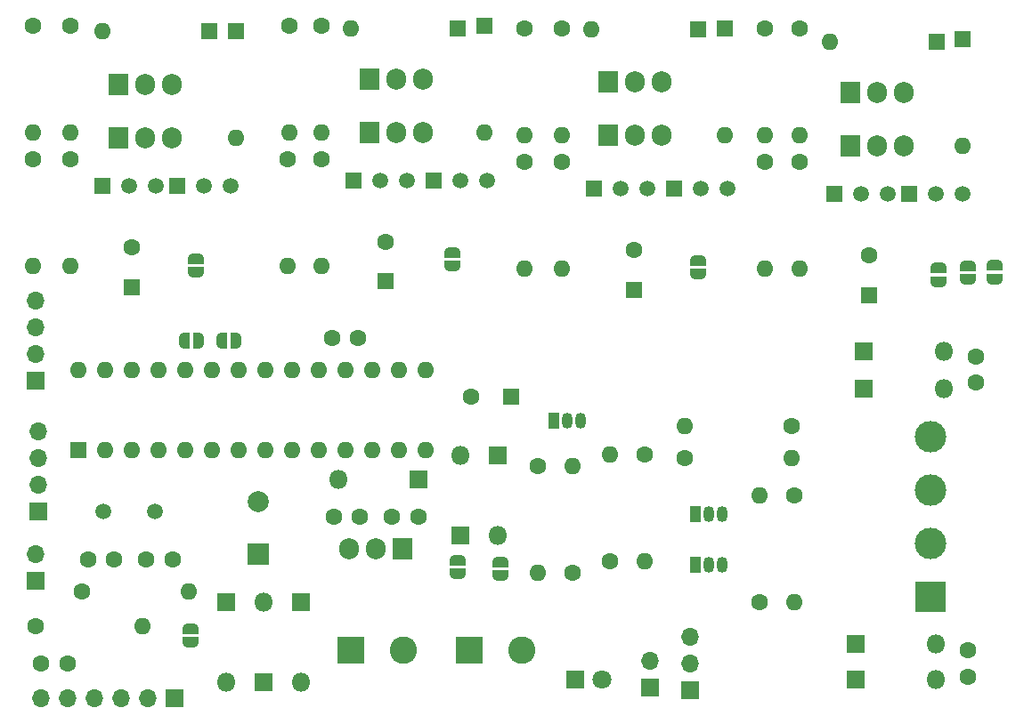
<source format=gbr>
%TF.GenerationSoftware,KiCad,Pcbnew,7.0.6*%
%TF.CreationDate,2024-08-14T17:38:19+03:00*%
%TF.ProjectId,atmegaStepperDriver,61746d65-6761-4537-9465-707065724472,V0.8.4*%
%TF.SameCoordinates,Original*%
%TF.FileFunction,Soldermask,Top*%
%TF.FilePolarity,Negative*%
%FSLAX46Y46*%
G04 Gerber Fmt 4.6, Leading zero omitted, Abs format (unit mm)*
G04 Created by KiCad (PCBNEW 7.0.6) date 2024-08-14 17:38:19*
%MOMM*%
%LPD*%
G01*
G04 APERTURE LIST*
G04 Aperture macros list*
%AMFreePoly0*
4,1,19,0.500000,-0.750000,0.000000,-0.750000,0.000000,-0.744911,-0.071157,-0.744911,-0.207708,-0.704816,-0.327430,-0.627875,-0.420627,-0.520320,-0.479746,-0.390866,-0.500000,-0.250000,-0.500000,0.250000,-0.479746,0.390866,-0.420627,0.520320,-0.327430,0.627875,-0.207708,0.704816,-0.071157,0.744911,0.000000,0.744911,0.000000,0.750000,0.500000,0.750000,0.500000,-0.750000,0.500000,-0.750000,
$1*%
%AMFreePoly1*
4,1,19,0.000000,0.744911,0.071157,0.744911,0.207708,0.704816,0.327430,0.627875,0.420627,0.520320,0.479746,0.390866,0.500000,0.250000,0.500000,-0.250000,0.479746,-0.390866,0.420627,-0.520320,0.327430,-0.627875,0.207708,-0.704816,0.071157,-0.744911,0.000000,-0.744911,0.000000,-0.750000,-0.500000,-0.750000,-0.500000,0.750000,0.000000,0.750000,0.000000,0.744911,0.000000,0.744911,
$1*%
G04 Aperture macros list end*
%ADD10R,1.050000X1.500000*%
%ADD11O,1.050000X1.500000*%
%ADD12R,1.600000X1.600000*%
%ADD13C,1.600000*%
%ADD14O,1.600000X1.600000*%
%ADD15C,1.500000*%
%ADD16R,1.905000X2.000000*%
%ADD17O,1.905000X2.000000*%
%ADD18R,1.700000X1.700000*%
%ADD19O,1.700000X1.700000*%
%ADD20R,1.500000X1.500000*%
%ADD21R,1.800000X1.800000*%
%ADD22O,1.800000X1.800000*%
%ADD23FreePoly0,90.000000*%
%ADD24FreePoly1,90.000000*%
%ADD25FreePoly0,270.000000*%
%ADD26FreePoly1,270.000000*%
%ADD27FreePoly0,180.000000*%
%ADD28FreePoly1,180.000000*%
%ADD29R,2.600000X2.600000*%
%ADD30C,2.600000*%
%ADD31R,3.000000X3.000000*%
%ADD32C,3.000000*%
%ADD33C,1.800000*%
%ADD34R,2.000000X2.000000*%
%ADD35C,2.000000*%
G04 APERTURE END LIST*
D10*
%TO.C,Q15*%
X119888000Y-146558000D03*
D11*
X121158000Y-146558000D03*
X122428000Y-146558000D03*
%TD*%
D12*
%TO.C,C1*%
X102386651Y-135382000D03*
D13*
X98586651Y-135382000D03*
%TD*%
D12*
%TO.C,D19*%
X142875000Y-101600000D03*
D14*
X132715000Y-101600000D03*
%TD*%
D12*
%TO.C,D18*%
X120142000Y-100457000D03*
D14*
X109982000Y-100457000D03*
%TD*%
D12*
%TO.C,D17*%
X97282000Y-100330000D03*
D14*
X87122000Y-100330000D03*
%TD*%
%TO.C,D16*%
X63500000Y-100584000D03*
D12*
X73660000Y-100584000D03*
%TD*%
D14*
%TO.C,D15*%
X145288000Y-111506000D03*
D12*
X145288000Y-101346000D03*
%TD*%
D14*
%TO.C,D10*%
X122682000Y-110490000D03*
D12*
X122682000Y-100330000D03*
%TD*%
D14*
%TO.C,D9*%
X99822000Y-110236000D03*
D12*
X99822000Y-100076000D03*
%TD*%
D14*
%TO.C,D8*%
X76200000Y-110744000D03*
D12*
X76200000Y-100584000D03*
%TD*%
D15*
%TO.C,Y1*%
X68490000Y-146304000D03*
X63610000Y-146304000D03*
%TD*%
D16*
%TO.C,U2*%
X92058000Y-149860000D03*
D17*
X89518000Y-149860000D03*
X86978000Y-149860000D03*
%TD*%
D14*
%TO.C,U1*%
X61214000Y-132842000D03*
X63754000Y-132842000D03*
X66294000Y-132842000D03*
X68834000Y-132842000D03*
X71374000Y-132842000D03*
X73914000Y-132842000D03*
X76454000Y-132842000D03*
X78994000Y-132842000D03*
X81534000Y-132842000D03*
X84074000Y-132842000D03*
X86614000Y-132842000D03*
X89154000Y-132842000D03*
X91694000Y-132842000D03*
X94234000Y-132842000D03*
X94234000Y-140462000D03*
X91694000Y-140462000D03*
X89154000Y-140462000D03*
X86614000Y-140462000D03*
X84074000Y-140462000D03*
X81534000Y-140462000D03*
X78994000Y-140462000D03*
X76454000Y-140462000D03*
X73914000Y-140462000D03*
X71374000Y-140462000D03*
X68834000Y-140462000D03*
X66294000Y-140462000D03*
X63754000Y-140462000D03*
D12*
X61214000Y-140462000D03*
%TD*%
D18*
%TO.C,TermoSocket1*%
X119380000Y-163322000D03*
D19*
X119380000Y-160782000D03*
X119380000Y-158242000D03*
%TD*%
D13*
%TO.C,R25*%
X129286000Y-144780000D03*
D14*
X129286000Y-154940000D03*
%TD*%
%TO.C,R24*%
X56896000Y-110236000D03*
D13*
X56896000Y-100076000D03*
%TD*%
D14*
%TO.C,R23*%
X56896000Y-122936000D03*
D13*
X56896000Y-112776000D03*
%TD*%
D14*
%TO.C,R22*%
X60452000Y-122936000D03*
D13*
X60452000Y-112776000D03*
%TD*%
D14*
%TO.C,R21*%
X60452000Y-110236000D03*
D13*
X60452000Y-100076000D03*
%TD*%
%TO.C,R20*%
X108204000Y-152146000D03*
D14*
X108204000Y-141986000D03*
%TD*%
D13*
%TO.C,R19*%
X104902000Y-141986000D03*
D14*
X104902000Y-152146000D03*
%TD*%
D13*
%TO.C,R18*%
X125984000Y-154940000D03*
D14*
X125984000Y-144780000D03*
%TD*%
D13*
%TO.C,R17*%
X129032000Y-138176000D03*
D14*
X118872000Y-138176000D03*
%TD*%
D13*
%TO.C,R16*%
X118872000Y-141224000D03*
D14*
X129032000Y-141224000D03*
%TD*%
D13*
%TO.C,R14*%
X126492000Y-100330000D03*
D14*
X126492000Y-110490000D03*
%TD*%
D13*
%TO.C,R13*%
X126492000Y-113030000D03*
D14*
X126492000Y-123190000D03*
%TD*%
D13*
%TO.C,R12*%
X129794000Y-113030000D03*
D14*
X129794000Y-123190000D03*
%TD*%
%TO.C,R11*%
X129794000Y-110490000D03*
D13*
X129794000Y-100330000D03*
%TD*%
%TO.C,R10*%
X103632000Y-100330000D03*
D14*
X103632000Y-110490000D03*
%TD*%
D13*
%TO.C,R9*%
X103632000Y-113030000D03*
D14*
X103632000Y-123190000D03*
%TD*%
D13*
%TO.C,R8*%
X107188000Y-113030000D03*
D14*
X107188000Y-123190000D03*
%TD*%
D13*
%TO.C,R7*%
X107188000Y-100330000D03*
D14*
X107188000Y-110490000D03*
%TD*%
D13*
%TO.C,R6*%
X81280000Y-100076000D03*
D14*
X81280000Y-110236000D03*
%TD*%
D13*
%TO.C,R5*%
X81127600Y-112776000D03*
D14*
X81127600Y-122936000D03*
%TD*%
D13*
%TO.C,R4*%
X84328000Y-112776000D03*
D14*
X84328000Y-122936000D03*
%TD*%
%TO.C,R3*%
X84328000Y-110236000D03*
D13*
X84328000Y-100076000D03*
%TD*%
%TO.C,R2*%
X57150000Y-157226000D03*
D14*
X67310000Y-157226000D03*
%TD*%
D13*
%TO.C,R1*%
X61578000Y-153924000D03*
D14*
X71738000Y-153924000D03*
%TD*%
D17*
%TO.C,Q21*%
X70104000Y-110744000D03*
X67564000Y-110744000D03*
D16*
X65024000Y-110744000D03*
%TD*%
D15*
%TO.C,Q20*%
X68580000Y-115316000D03*
X66040000Y-115316000D03*
D20*
X63500000Y-115316000D03*
%TD*%
%TO.C,Q19*%
X70612000Y-115316000D03*
D15*
X73152000Y-115316000D03*
X75692000Y-115316000D03*
%TD*%
D17*
%TO.C,Q18*%
X70104000Y-105664000D03*
X67564000Y-105664000D03*
D16*
X65024000Y-105664000D03*
%TD*%
D11*
%TO.C,Q17*%
X108966000Y-137668000D03*
X107696000Y-137668000D03*
D10*
X106426000Y-137668000D03*
%TD*%
D11*
%TO.C,Q13*%
X122428000Y-151384000D03*
X121158000Y-151384000D03*
D10*
X119888000Y-151384000D03*
%TD*%
D16*
%TO.C,Q12*%
X134620000Y-111506000D03*
D17*
X137160000Y-111506000D03*
X139700000Y-111506000D03*
%TD*%
D20*
%TO.C,Q11*%
X133096000Y-116078000D03*
D15*
X135636000Y-116078000D03*
X138176000Y-116078000D03*
%TD*%
D20*
%TO.C,Q10*%
X140208000Y-116078000D03*
D15*
X142748000Y-116078000D03*
X145288000Y-116078000D03*
%TD*%
D16*
%TO.C,Q9*%
X134620000Y-106482000D03*
D17*
X137160000Y-106482000D03*
X139700000Y-106482000D03*
%TD*%
D16*
%TO.C,Q8*%
X111576000Y-110490000D03*
D17*
X114116000Y-110490000D03*
X116656000Y-110490000D03*
%TD*%
D20*
%TO.C,Q7*%
X110236000Y-115570000D03*
D15*
X112776000Y-115570000D03*
X115316000Y-115570000D03*
%TD*%
D20*
%TO.C,Q6*%
X117856000Y-115570000D03*
D15*
X120396000Y-115570000D03*
X122936000Y-115570000D03*
%TD*%
D17*
%TO.C,Q5*%
X116656000Y-105410000D03*
X114116000Y-105410000D03*
D16*
X111576000Y-105410000D03*
%TD*%
%TO.C,Q4*%
X88900000Y-110236000D03*
D17*
X91440000Y-110236000D03*
X93980000Y-110236000D03*
%TD*%
D20*
%TO.C,Q3*%
X87376000Y-114808000D03*
D15*
X89916000Y-114808000D03*
X92456000Y-114808000D03*
%TD*%
%TO.C,Q2*%
X100076000Y-114808000D03*
X97536000Y-114808000D03*
D20*
X94996000Y-114808000D03*
%TD*%
D16*
%TO.C,Q1*%
X88900000Y-105156000D03*
D17*
X91440000Y-105156000D03*
X93980000Y-105156000D03*
%TD*%
D21*
%TO.C,m_D1*%
X75294000Y-154940000D03*
D22*
X75294000Y-162560000D03*
%TD*%
D23*
%TO.C,AP_JP1*%
X145796000Y-124236000D03*
D24*
X145796000Y-122936000D03*
%TD*%
D25*
%TO.C,MP_JP1*%
X148336000Y-122906000D03*
D26*
X148336000Y-124206000D03*
%TD*%
D27*
%TO.C,JP9*%
X72644000Y-130048000D03*
D28*
X71344000Y-130048000D03*
%TD*%
D27*
%TO.C,JP8*%
X76200000Y-130048000D03*
D28*
X74900000Y-130048000D03*
%TD*%
D25*
%TO.C,M_JP1*%
X71882000Y-157480000D03*
D26*
X71882000Y-158780000D03*
%TD*%
D25*
%TO.C,JP6*%
X97282000Y-150988000D03*
D26*
X97282000Y-152288000D03*
%TD*%
D25*
%TO.C,JP5*%
X101346000Y-151130000D03*
D26*
X101346000Y-152430000D03*
%TD*%
%TO.C,JP4*%
X143002000Y-124460000D03*
D25*
X143002000Y-123160000D03*
%TD*%
%TO.C,JP3*%
X120142000Y-122428000D03*
D26*
X120142000Y-123728000D03*
%TD*%
D25*
%TO.C,JP2*%
X96774000Y-121666000D03*
D26*
X96774000Y-122966000D03*
%TD*%
D25*
%TO.C,JP1*%
X72390000Y-122286000D03*
D26*
X72390000Y-123586000D03*
%TD*%
D18*
%TO.C,J9*%
X57404000Y-146304000D03*
D19*
X57404000Y-143764000D03*
X57404000Y-141224000D03*
X57404000Y-138684000D03*
%TD*%
D18*
%TO.C,J8*%
X70358000Y-164084000D03*
D19*
X67818000Y-164084000D03*
X65278000Y-164084000D03*
X62738000Y-164084000D03*
X60198000Y-164084000D03*
X57658000Y-164084000D03*
%TD*%
D18*
%TO.C,J6*%
X57150000Y-133858000D03*
D19*
X57150000Y-131318000D03*
X57150000Y-128778000D03*
X57150000Y-126238000D03*
%TD*%
D18*
%TO.C,J5*%
X57150000Y-152908000D03*
D19*
X57150000Y-150368000D03*
%TD*%
D18*
%TO.C,FanSocket1*%
X115570000Y-163068000D03*
D19*
X115570000Y-160528000D03*
%TD*%
D29*
%TO.C,J3*%
X98378000Y-159512000D03*
D30*
X103378000Y-159512000D03*
%TD*%
D31*
%TO.C,J2*%
X142240000Y-154432000D03*
D32*
X142240000Y-149352000D03*
X142240000Y-144272000D03*
X142240000Y-139192000D03*
%TD*%
D30*
%TO.C,J1*%
X92122000Y-159512000D03*
D29*
X87122000Y-159512000D03*
%TD*%
D14*
%TO.C,GND_R1*%
X111760000Y-140919000D03*
D13*
X111760000Y-151079000D03*
%TD*%
D21*
%TO.C,D14*%
X135890000Y-131064000D03*
D22*
X143510000Y-131064000D03*
%TD*%
D21*
%TO.C,D13*%
X135890000Y-134620000D03*
D22*
X143510000Y-134620000D03*
%TD*%
%TO.C,D12*%
X142748000Y-158936000D03*
D21*
X135128000Y-158936000D03*
%TD*%
D22*
%TO.C,D11*%
X142748000Y-162306000D03*
D21*
X135128000Y-162306000D03*
%TD*%
%TO.C,D7*%
X108453000Y-162306000D03*
D33*
X110993000Y-162306000D03*
%TD*%
D21*
%TO.C,D5*%
X82406000Y-154940000D03*
D22*
X82406000Y-162560000D03*
%TD*%
D21*
%TO.C,D4*%
X78850000Y-162560000D03*
D22*
X78850000Y-154940000D03*
%TD*%
D21*
%TO.C,D3*%
X101092000Y-140970000D03*
D22*
X101092000Y-148590000D03*
%TD*%
D21*
%TO.C,D2*%
X97536000Y-148590000D03*
D22*
X97536000Y-140970000D03*
%TD*%
D21*
%TO.C,D1*%
X93582000Y-143256000D03*
D22*
X85962000Y-143256000D03*
%TD*%
D13*
%TO.C,C14*%
X60198000Y-160782000D03*
X57698000Y-160782000D03*
%TD*%
%TO.C,C7*%
X146558000Y-131592000D03*
X146558000Y-134092000D03*
%TD*%
%TO.C,C6*%
X145796000Y-162052000D03*
X145796000Y-159552000D03*
%TD*%
D34*
%TO.C,C5*%
X78342000Y-150368000D03*
D35*
X78342000Y-145368000D03*
%TD*%
D13*
%TO.C,C4*%
X85354000Y-129794000D03*
X87854000Y-129794000D03*
%TD*%
%TO.C,C3*%
X87994000Y-146812000D03*
X85494000Y-146812000D03*
%TD*%
D12*
%TO.C,C2-4*%
X136398000Y-125754651D03*
D13*
X136398000Y-121954651D03*
%TD*%
D12*
%TO.C,C2-3*%
X114046000Y-125246651D03*
D13*
X114046000Y-121446651D03*
%TD*%
%TO.C,C2-2*%
X90424000Y-120650000D03*
D12*
X90424000Y-124450000D03*
%TD*%
%TO.C,C2-1*%
X66294000Y-124992651D03*
D13*
X66294000Y-121192651D03*
%TD*%
%TO.C,C2*%
X91042000Y-146812000D03*
X93542000Y-146812000D03*
%TD*%
%TO.C,C1-2*%
X70174000Y-150876000D03*
X67674000Y-150876000D03*
%TD*%
%TO.C,C1-1*%
X62126000Y-150876000D03*
X64626000Y-150876000D03*
%TD*%
D14*
%TO.C,5V_R1*%
X115062000Y-151079000D03*
D13*
X115062000Y-140919000D03*
%TD*%
M02*

</source>
